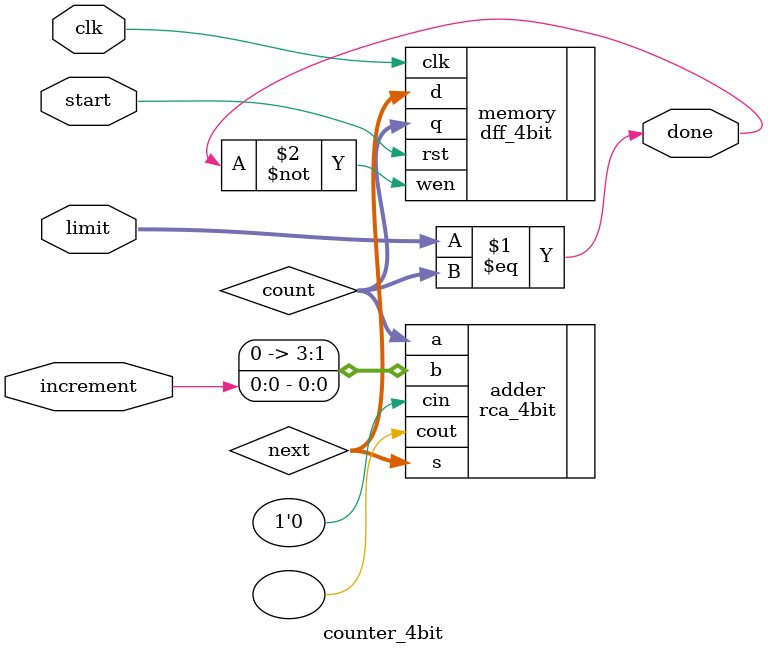
<source format=v>
/*
 * A 4 bit counter that starts at 0, and asserts done once it reaches the limit
 */
module counter_4bit(
    output done,
    input [3:0] limit,
    input increment,
    input start,
    input clk
);
    wire [3:0] next, count;
    assign done = limit == count;
    rca_4bit adder(.a(count), .b({3'b0,increment}), .cin(1'b0), .s(next), .cout());
    dff_4bit memory(.d(next), .q(count), .clk(clk), .rst(start), .wen(~done));
endmodule

</source>
